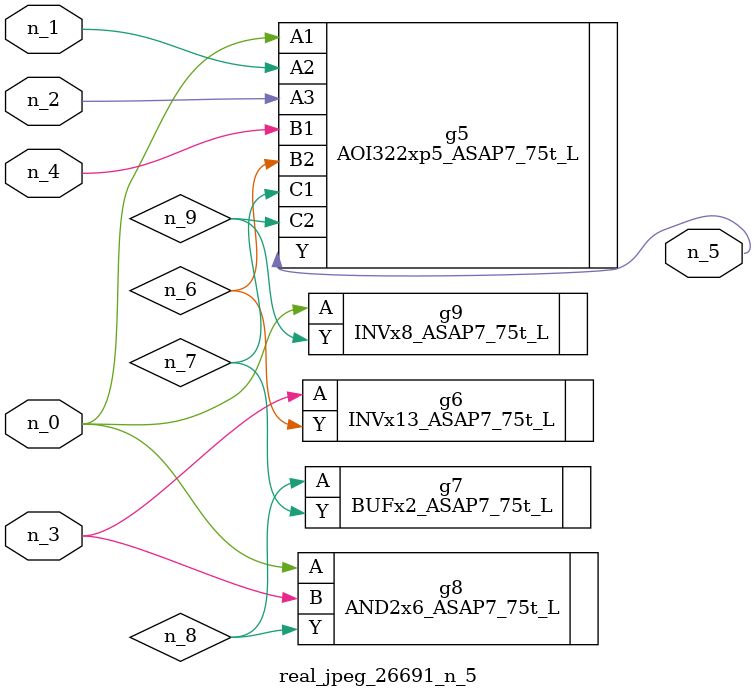
<source format=v>
module real_jpeg_26691_n_5 (n_4, n_0, n_1, n_2, n_3, n_5);

input n_4;
input n_0;
input n_1;
input n_2;
input n_3;

output n_5;

wire n_8;
wire n_6;
wire n_7;
wire n_9;

AOI322xp5_ASAP7_75t_L g5 ( 
.A1(n_0),
.A2(n_1),
.A3(n_2),
.B1(n_4),
.B2(n_6),
.C1(n_7),
.C2(n_9),
.Y(n_5)
);

AND2x6_ASAP7_75t_L g8 ( 
.A(n_0),
.B(n_3),
.Y(n_8)
);

INVx8_ASAP7_75t_L g9 ( 
.A(n_0),
.Y(n_9)
);

INVx13_ASAP7_75t_L g6 ( 
.A(n_3),
.Y(n_6)
);

BUFx2_ASAP7_75t_L g7 ( 
.A(n_8),
.Y(n_7)
);


endmodule
</source>
